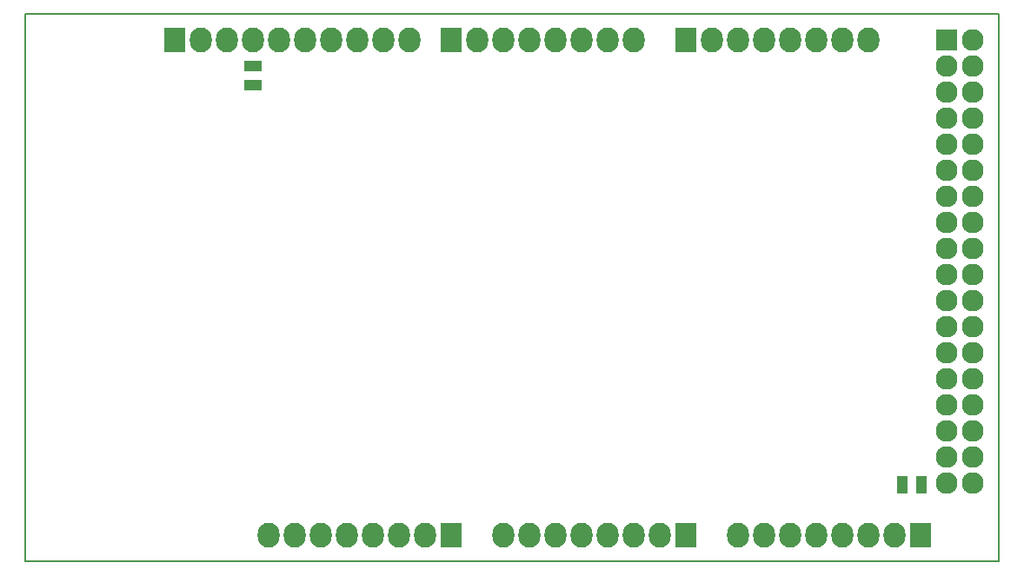
<source format=gbr>
G04 #@! TF.FileFunction,Soldermask,Bot*
%FSLAX46Y46*%
G04 Gerber Fmt 4.6, Leading zero omitted, Abs format (unit mm)*
G04 Created by KiCad (PCBNEW 4.0.5+dfsg1-4) date Sun Mar 19 16:59:55 2017*
%MOMM*%
%LPD*%
G01*
G04 APERTURE LIST*
%ADD10C,0.020000*%
%ADD11C,0.150000*%
%ADD12R,2.127200X2.432000*%
%ADD13O,2.127200X2.432000*%
%ADD14R,2.127200X2.127200*%
%ADD15O,2.127200X2.127200*%
%ADD16R,1.700000X1.100000*%
%ADD17R,1.100000X1.700000*%
G04 APERTURE END LIST*
D10*
D11*
X56261000Y-73660000D02*
X56261000Y-20320000D01*
X151130000Y-73660000D02*
X56261000Y-73660000D01*
X151130000Y-20320000D02*
X151130000Y-73660000D01*
X56261000Y-20320000D02*
X151130000Y-20320000D01*
D12*
X70866000Y-22860000D03*
D13*
X73406000Y-22860000D03*
X75946000Y-22860000D03*
X78486000Y-22860000D03*
X81026000Y-22860000D03*
X83566000Y-22860000D03*
X86106000Y-22860000D03*
X88646000Y-22860000D03*
X91186000Y-22860000D03*
X93726000Y-22860000D03*
D12*
X97790000Y-71120000D03*
D13*
X95250000Y-71120000D03*
X92710000Y-71120000D03*
X90170000Y-71120000D03*
X87630000Y-71120000D03*
X85090000Y-71120000D03*
X82550000Y-71120000D03*
X80010000Y-71120000D03*
D12*
X97790000Y-22860000D03*
D13*
X100330000Y-22860000D03*
X102870000Y-22860000D03*
X105410000Y-22860000D03*
X107950000Y-22860000D03*
X110490000Y-22860000D03*
X113030000Y-22860000D03*
X115570000Y-22860000D03*
D12*
X120650000Y-71120000D03*
D13*
X118110000Y-71120000D03*
X115570000Y-71120000D03*
X113030000Y-71120000D03*
X110490000Y-71120000D03*
X107950000Y-71120000D03*
X105410000Y-71120000D03*
X102870000Y-71120000D03*
D12*
X120650000Y-22860000D03*
D13*
X123190000Y-22860000D03*
X125730000Y-22860000D03*
X128270000Y-22860000D03*
X130810000Y-22860000D03*
X133350000Y-22860000D03*
X135890000Y-22860000D03*
X138430000Y-22860000D03*
D12*
X143510000Y-71120000D03*
D13*
X140970000Y-71120000D03*
X138430000Y-71120000D03*
X135890000Y-71120000D03*
X133350000Y-71120000D03*
X130810000Y-71120000D03*
X128270000Y-71120000D03*
X125730000Y-71120000D03*
D14*
X146050000Y-22860000D03*
D15*
X148590000Y-22860000D03*
X146050000Y-25400000D03*
X148590000Y-25400000D03*
X146050000Y-27940000D03*
X148590000Y-27940000D03*
X146050000Y-30480000D03*
X148590000Y-30480000D03*
X146050000Y-33020000D03*
X148590000Y-33020000D03*
X146050000Y-35560000D03*
X148590000Y-35560000D03*
X146050000Y-38100000D03*
X148590000Y-38100000D03*
X146050000Y-40640000D03*
X148590000Y-40640000D03*
X146050000Y-43180000D03*
X148590000Y-43180000D03*
X146050000Y-45720000D03*
X148590000Y-45720000D03*
X146050000Y-48260000D03*
X148590000Y-48260000D03*
X146050000Y-50800000D03*
X148590000Y-50800000D03*
X146050000Y-53340000D03*
X148590000Y-53340000D03*
X146050000Y-55880000D03*
X148590000Y-55880000D03*
X146050000Y-58420000D03*
X148590000Y-58420000D03*
X146050000Y-60960000D03*
X148590000Y-60960000D03*
X146050000Y-63500000D03*
X148590000Y-63500000D03*
X146050000Y-66040000D03*
X148590000Y-66040000D03*
D16*
X78486000Y-27239000D03*
X78486000Y-25339000D03*
D17*
X141671000Y-66167000D03*
X143571000Y-66167000D03*
M02*

</source>
